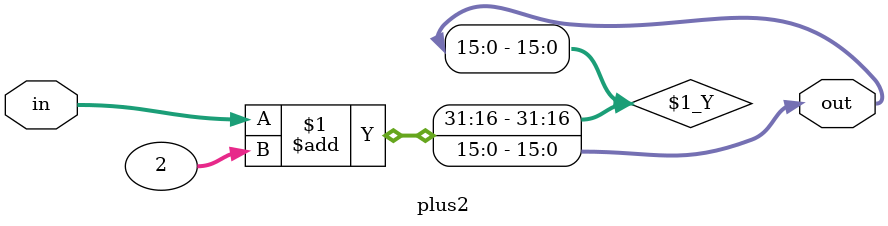
<source format=sv>
module plus2 #(parameter width = 16)
(
    input [width-1:0] in,
    output logic [width-1:0] out
);

assign out = in + 2;

endmodule : plus2
//
</source>
